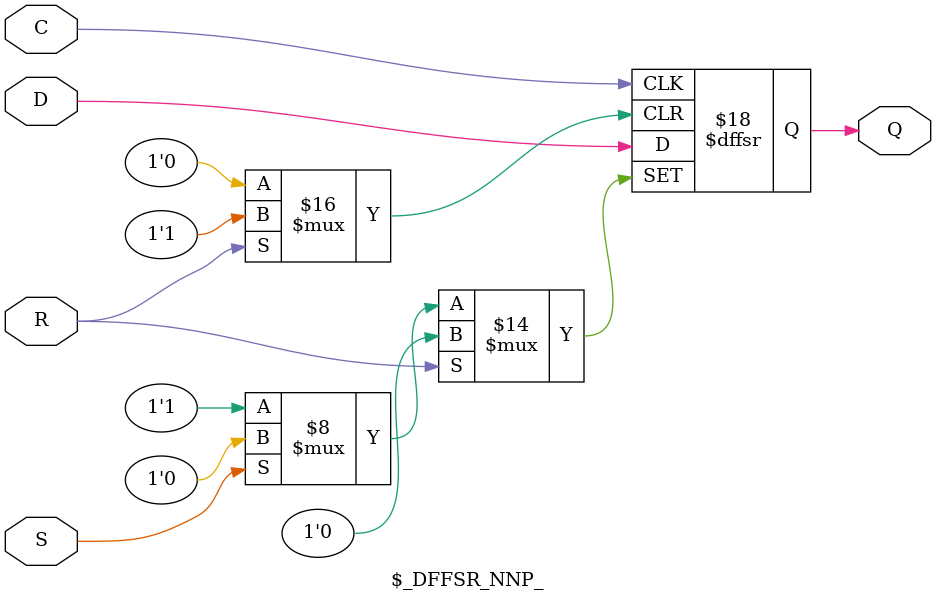
<source format=v>

module \$_DFFSR_NNP_ (C, S, R, D, Q);
input C, S, R, D;
output reg Q;
always @(negedge C, negedge S, posedge R) begin
	if (R == 1)
		Q <= 0;
	else if (S == 0)
		Q <= 1;
	else
		Q <= D;
end
endmodule

</source>
